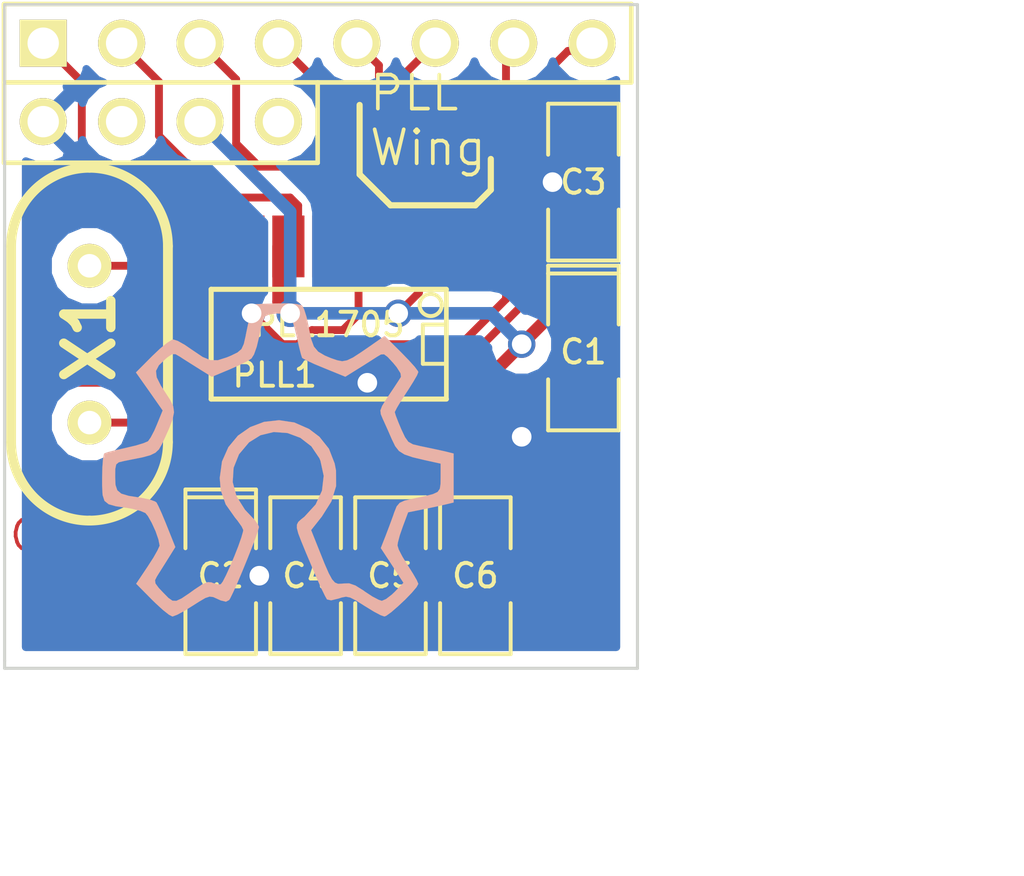
<source format=kicad_pcb>
(kicad_pcb (version 3) (host pcbnew "(2013-07-07 BZR 4022)-stable")

  (general
    (links 30)
    (no_connects 0)
    (area 79.921867 36.8899 132.785714 70.45)
    (thickness 1.6)
    (drawings 20)
    (tracks 106)
    (zones 0)
    (modules 10)
    (nets 13)
  )

  (page A3)
  (layers
    (15 F.Cu signal)
    (0 B.Cu signal)
    (16 B.Adhes user)
    (17 F.Adhes user)
    (18 B.Paste user)
    (19 F.Paste user)
    (20 B.SilkS user)
    (21 F.SilkS user)
    (22 B.Mask user)
    (23 F.Mask user)
    (24 Dwgs.User user)
    (25 Cmts.User user)
    (26 Eco1.User user)
    (27 Eco2.User user)
    (28 Edge.Cuts user)
  )

  (setup
    (last_trace_width 0.4064)
    (user_trace_width 0.3048)
    (user_trace_width 0.3556)
    (user_trace_width 0.4064)
    (user_trace_width 0.4572)
    (user_trace_width 0.508)
    (trace_clearance 0.2032)
    (zone_clearance 0.508)
    (zone_45_only no)
    (trace_min 0.254)
    (segment_width 0.2)
    (edge_width 0.1)
    (via_size 0.889)
    (via_drill 0.635)
    (via_min_size 0.889)
    (via_min_drill 0.508)
    (uvia_size 0.508)
    (uvia_drill 0.127)
    (uvias_allowed no)
    (uvia_min_size 0.508)
    (uvia_min_drill 0.127)
    (pcb_text_width 0.3)
    (pcb_text_size 1.5 1.5)
    (mod_edge_width 0.15)
    (mod_text_size 1 1)
    (mod_text_width 0.15)
    (pad_size 0.4064 2)
    (pad_drill 0)
    (pad_to_mask_clearance 0)
    (aux_axis_origin 0 0)
    (visible_elements FFFF7FBF)
    (pcbplotparams
      (layerselection 2097152)
      (usegerberextensions true)
      (excludeedgelayer true)
      (linewidth 0.150000)
      (plotframeref false)
      (viasonmask false)
      (mode 1)
      (useauxorigin false)
      (hpglpennumber 1)
      (hpglpenspeed 20)
      (hpglpendiameter 15)
      (hpglpenoverlay 2)
      (psnegative false)
      (psa4output false)
      (plotreference true)
      (plotvalue false)
      (plotothertext true)
      (plotinvisibletext false)
      (padsonsilk false)
      (subtractmaskfromsilk false)
      (outputformat 1)
      (mirror false)
      (drillshape 0)
      (scaleselection 1)
      (outputdirectory Gerbers/))
  )

  (net 0 "")
  (net 1 +3.3V)
  (net 2 /CS)
  (net 3 /FS1)
  (net 4 /FS2)
  (net 5 /MCKO1)
  (net 6 /MCKO2)
  (net 7 /SCKO2)
  (net 8 /SCKO3)
  (net 9 /SR)
  (net 10 GND)
  (net 11 N-0000011)
  (net 12 N-0000012)

  (net_class Default "This is the default net class."
    (clearance 0.2032)
    (trace_width 0.254)
    (via_dia 0.889)
    (via_drill 0.635)
    (uvia_dia 0.508)
    (uvia_drill 0.127)
    (add_net "")
    (add_net +3.3V)
    (add_net /CS)
    (add_net /FS1)
    (add_net /FS2)
    (add_net /MCKO1)
    (add_net /MCKO2)
    (add_net /SCKO2)
    (add_net /SCKO3)
    (add_net /SR)
    (add_net GND)
    (add_net N-0000011)
    (add_net N-0000012)
  )

  (module SSOP20 (layer F.Cu) (tedit 542B2A87) (tstamp 542B21B8)
    (at 107.25 51.25 180)
    (descr "SSOP 20 pins")
    (tags "CMS SSOP SMD")
    (path /542B2044)
    (attr smd)
    (fp_text reference PLL1 (at 1.75 -1 180) (layer F.SilkS)
      (effects (font (size 0.762 0.762) (thickness 0.127)))
    )
    (fp_text value PLL1705 (at 0 0.635 180) (layer F.SilkS)
      (effects (font (size 0.762 0.762) (thickness 0.127)))
    )
    (fp_line (start 3.81 -1.778) (end -3.81 -1.778) (layer F.SilkS) (width 0.1651))
    (fp_line (start -3.81 1.778) (end 3.81 1.778) (layer F.SilkS) (width 0.1651))
    (fp_line (start 3.81 -1.778) (end 3.81 1.778) (layer F.SilkS) (width 0.1651))
    (fp_line (start -3.81 1.778) (end -3.81 -1.778) (layer F.SilkS) (width 0.1524))
    (fp_circle (center -3.302 1.27) (end -3.556 1.016) (layer F.SilkS) (width 0.127))
    (fp_line (start -3.81 -0.635) (end -3.048 -0.635) (layer F.SilkS) (width 0.127))
    (fp_line (start -3.048 -0.635) (end -3.048 0.635) (layer F.SilkS) (width 0.127))
    (fp_line (start -3.048 0.635) (end -3.81 0.635) (layer F.SilkS) (width 0.127))
    (pad 1 smd rect (at -2.921 3.167 180) (size 0.4064 2)
      (layers F.Cu F.Paste F.Mask)
      (net 1 +3.3V)
    )
    (pad 2 smd rect (at -2.286 3.167 180) (size 0.4064 2)
      (layers F.Cu F.Paste F.Mask)
      (net 7 /SCKO2)
    )
    (pad 3 smd rect (at -1.6256 3.167 180) (size 0.4064 2)
      (layers F.Cu F.Paste F.Mask)
      (net 8 /SCKO3)
    )
    (pad 4 smd rect (at -0.9652 3.167 180) (size 0.4064 2)
      (layers F.Cu F.Paste F.Mask)
      (net 10 GND)
    )
    (pad 5 smd rect (at -0.3302 3.167 180) (size 0.4064 2)
      (layers F.Cu F.Paste F.Mask)
      (net 3 /FS1)
    )
    (pad 6 smd rect (at 0.3302 3.167 180) (size 0.4064 2)
      (layers F.Cu F.Paste F.Mask)
      (net 4 /FS2)
    )
    (pad 7 smd rect (at 0.9906 3.167 180) (size 0.4064 2)
      (layers F.Cu F.Paste F.Mask)
      (net 9 /SR)
    )
    (pad 8 smd rect (at 1.6256 3.167 180) (size 0.4064 2)
      (layers F.Cu F.Paste F.Mask)
      (net 1 +3.3V)
    )
    (pad 9 smd rect (at 2.286 3.167 180) (size 0.4064 2)
      (layers F.Cu F.Paste F.Mask)
      (net 10 GND)
    )
    (pad 10 smd rect (at 2.921 3.167 180) (size 0.4064 2)
      (layers F.Cu F.Paste F.Mask)
      (net 11 N-0000011)
    )
    (pad 11 smd rect (at 2.921 -3.167 180) (size 0.4064 2)
      (layers F.Cu F.Paste F.Mask)
      (net 12 N-0000012)
    )
    (pad 12 smd rect (at 2.286 -3.167 180) (size 0.4064 2)
      (layers F.Cu F.Paste F.Mask)
      (net 2 /CS)
    )
    (pad 13 smd rect (at 1.6256 -3.167 180) (size 0.4064 2)
      (layers F.Cu F.Paste F.Mask)
      (net 1 +3.3V)
    )
    (pad 14 smd rect (at 0.9906 -3.167 180) (size 0.4064 2)
      (layers F.Cu F.Paste F.Mask)
      (net 5 /MCKO1)
    )
    (pad 15 smd rect (at 0.3302 -3.167 180) (size 0.4064 2)
      (layers F.Cu F.Paste F.Mask)
      (net 6 /MCKO2)
    )
    (pad 16 smd rect (at -0.3302 -3.167 180) (size 0.4064 2)
      (layers F.Cu F.Paste F.Mask)
      (net 10 GND)
    )
    (pad 17 smd rect (at -0.9652 -3.167 180) (size 0.4064 2)
      (layers F.Cu F.Paste F.Mask)
      (net 10 GND)
    )
    (pad 18 smd rect (at -1.6256 -3.167 180) (size 0.4064 2)
      (layers F.Cu F.Paste F.Mask)
    )
    (pad 19 smd rect (at -2.286 -3.167 180) (size 0.4064 2)
      (layers F.Cu F.Paste F.Mask)
    )
    (pad 20 smd rect (at -2.921 -3.167 180) (size 0.4064 2)
      (layers F.Cu F.Paste F.Mask)
      (net 1 +3.3V)
    )
    (model smd/cms_so20.wrl
      (at (xyz 0 0 0))
      (scale (xyz 0.255 0.33 0.3))
      (rotate (xyz 0 0 0))
    )
  )

  (module SM1206POL (layer F.Cu) (tedit 542B2A79) (tstamp 542B21C7)
    (at 115.5 51.5 270)
    (path /542B204A)
    (attr smd)
    (fp_text reference C1 (at 0 0 360) (layer F.SilkS)
      (effects (font (size 0.762 0.762) (thickness 0.127)))
    )
    (fp_text value 10uF (at 0 0 270) (layer F.SilkS) hide
      (effects (font (size 0.762 0.762) (thickness 0.127)))
    )
    (fp_line (start -2.54 -1.143) (end -2.794 -1.143) (layer F.SilkS) (width 0.127))
    (fp_line (start -2.794 -1.143) (end -2.794 1.143) (layer F.SilkS) (width 0.127))
    (fp_line (start -2.794 1.143) (end -2.54 1.143) (layer F.SilkS) (width 0.127))
    (fp_line (start -2.54 -1.143) (end -2.54 1.143) (layer F.SilkS) (width 0.127))
    (fp_line (start -2.54 1.143) (end -0.889 1.143) (layer F.SilkS) (width 0.127))
    (fp_line (start 0.889 -1.143) (end 2.54 -1.143) (layer F.SilkS) (width 0.127))
    (fp_line (start 2.54 -1.143) (end 2.54 1.143) (layer F.SilkS) (width 0.127))
    (fp_line (start 2.54 1.143) (end 0.889 1.143) (layer F.SilkS) (width 0.127))
    (fp_line (start -0.889 -1.143) (end -2.54 -1.143) (layer F.SilkS) (width 0.127))
    (pad 1 smd rect (at -1.651 0 270) (size 1.524 2.032)
      (layers F.Cu F.Paste F.Mask)
      (net 1 +3.3V)
    )
    (pad 2 smd rect (at 1.651 0 270) (size 1.524 2.032)
      (layers F.Cu F.Paste F.Mask)
      (net 10 GND)
    )
    (model smd/chip_cms_pol.wrl
      (at (xyz 0 0 0))
      (scale (xyz 0.17 0.16 0.16))
      (rotate (xyz 0 0 0))
    )
  )

  (module SM1206POL (layer F.Cu) (tedit 542B2A74) (tstamp 542B21D6)
    (at 103.75 58.75 270)
    (path /542B2050)
    (attr smd)
    (fp_text reference C2 (at 0 0 360) (layer F.SilkS)
      (effects (font (size 0.762 0.762) (thickness 0.127)))
    )
    (fp_text value 10uF (at 0 0 270) (layer F.SilkS) hide
      (effects (font (size 0.762 0.762) (thickness 0.127)))
    )
    (fp_line (start -2.54 -1.143) (end -2.794 -1.143) (layer F.SilkS) (width 0.127))
    (fp_line (start -2.794 -1.143) (end -2.794 1.143) (layer F.SilkS) (width 0.127))
    (fp_line (start -2.794 1.143) (end -2.54 1.143) (layer F.SilkS) (width 0.127))
    (fp_line (start -2.54 -1.143) (end -2.54 1.143) (layer F.SilkS) (width 0.127))
    (fp_line (start -2.54 1.143) (end -0.889 1.143) (layer F.SilkS) (width 0.127))
    (fp_line (start 0.889 -1.143) (end 2.54 -1.143) (layer F.SilkS) (width 0.127))
    (fp_line (start 2.54 -1.143) (end 2.54 1.143) (layer F.SilkS) (width 0.127))
    (fp_line (start 2.54 1.143) (end 0.889 1.143) (layer F.SilkS) (width 0.127))
    (fp_line (start -0.889 -1.143) (end -2.54 -1.143) (layer F.SilkS) (width 0.127))
    (pad 1 smd rect (at -1.651 0 270) (size 1.524 2.032)
      (layers F.Cu F.Paste F.Mask)
      (net 1 +3.3V)
    )
    (pad 2 smd rect (at 1.651 0 270) (size 1.524 2.032)
      (layers F.Cu F.Paste F.Mask)
      (net 10 GND)
    )
    (model smd/chip_cms_pol.wrl
      (at (xyz 0 0 0))
      (scale (xyz 0.17 0.16 0.16))
      (rotate (xyz 0 0 0))
    )
  )

  (module SM1206 (layer F.Cu) (tedit 542B2A7D) (tstamp 542B21E2)
    (at 115.5 46 90)
    (path /542B2056)
    (attr smd)
    (fp_text reference C3 (at 0 0 180) (layer F.SilkS)
      (effects (font (size 0.762 0.762) (thickness 0.127)))
    )
    (fp_text value 0.1uF (at 0 0 90) (layer F.SilkS) hide
      (effects (font (size 0.762 0.762) (thickness 0.127)))
    )
    (fp_line (start -2.54 -1.143) (end -2.54 1.143) (layer F.SilkS) (width 0.127))
    (fp_line (start -2.54 1.143) (end -0.889 1.143) (layer F.SilkS) (width 0.127))
    (fp_line (start 0.889 -1.143) (end 2.54 -1.143) (layer F.SilkS) (width 0.127))
    (fp_line (start 2.54 -1.143) (end 2.54 1.143) (layer F.SilkS) (width 0.127))
    (fp_line (start 2.54 1.143) (end 0.889 1.143) (layer F.SilkS) (width 0.127))
    (fp_line (start -0.889 -1.143) (end -2.54 -1.143) (layer F.SilkS) (width 0.127))
    (pad 1 smd rect (at -1.651 0 90) (size 1.524 2.032)
      (layers F.Cu F.Paste F.Mask)
      (net 1 +3.3V)
    )
    (pad 2 smd rect (at 1.651 0 90) (size 1.524 2.032)
      (layers F.Cu F.Paste F.Mask)
      (net 10 GND)
    )
    (model smd/chip_cms.wrl
      (at (xyz 0 0 0))
      (scale (xyz 0.17 0.16 0.16))
      (rotate (xyz 0 0 0))
    )
  )

  (module SM1206 (layer F.Cu) (tedit 542B2A71) (tstamp 542B21EE)
    (at 106.5 58.75 270)
    (path /542B205C)
    (attr smd)
    (fp_text reference C4 (at 0 0 360) (layer F.SilkS)
      (effects (font (size 0.762 0.762) (thickness 0.127)))
    )
    (fp_text value 0.1uF (at 0 0 270) (layer F.SilkS) hide
      (effects (font (size 0.762 0.762) (thickness 0.127)))
    )
    (fp_line (start -2.54 -1.143) (end -2.54 1.143) (layer F.SilkS) (width 0.127))
    (fp_line (start -2.54 1.143) (end -0.889 1.143) (layer F.SilkS) (width 0.127))
    (fp_line (start 0.889 -1.143) (end 2.54 -1.143) (layer F.SilkS) (width 0.127))
    (fp_line (start 2.54 -1.143) (end 2.54 1.143) (layer F.SilkS) (width 0.127))
    (fp_line (start 2.54 1.143) (end 0.889 1.143) (layer F.SilkS) (width 0.127))
    (fp_line (start -0.889 -1.143) (end -2.54 -1.143) (layer F.SilkS) (width 0.127))
    (pad 1 smd rect (at -1.651 0 270) (size 1.524 2.032)
      (layers F.Cu F.Paste F.Mask)
      (net 1 +3.3V)
    )
    (pad 2 smd rect (at 1.651 0 270) (size 1.524 2.032)
      (layers F.Cu F.Paste F.Mask)
      (net 10 GND)
    )
    (model smd/chip_cms.wrl
      (at (xyz 0 0 0))
      (scale (xyz 0.17 0.16 0.16))
      (rotate (xyz 0 0 0))
    )
  )

  (module SM1206 (layer F.Cu) (tedit 542B2A62) (tstamp 542B21FA)
    (at 109.25 58.75 270)
    (path /542B2062)
    (attr smd)
    (fp_text reference C5 (at 0 0 360) (layer F.SilkS)
      (effects (font (size 0.762 0.762) (thickness 0.127)))
    )
    (fp_text value 0.1uF (at 0 0 270) (layer F.SilkS) hide
      (effects (font (size 0.762 0.762) (thickness 0.127)))
    )
    (fp_line (start -2.54 -1.143) (end -2.54 1.143) (layer F.SilkS) (width 0.127))
    (fp_line (start -2.54 1.143) (end -0.889 1.143) (layer F.SilkS) (width 0.127))
    (fp_line (start 0.889 -1.143) (end 2.54 -1.143) (layer F.SilkS) (width 0.127))
    (fp_line (start 2.54 -1.143) (end 2.54 1.143) (layer F.SilkS) (width 0.127))
    (fp_line (start 2.54 1.143) (end 0.889 1.143) (layer F.SilkS) (width 0.127))
    (fp_line (start -0.889 -1.143) (end -2.54 -1.143) (layer F.SilkS) (width 0.127))
    (pad 1 smd rect (at -1.651 0 270) (size 1.524 2.032)
      (layers F.Cu F.Paste F.Mask)
      (net 1 +3.3V)
    )
    (pad 2 smd rect (at 1.651 0 270) (size 1.524 2.032)
      (layers F.Cu F.Paste F.Mask)
      (net 10 GND)
    )
    (model smd/chip_cms.wrl
      (at (xyz 0 0 0))
      (scale (xyz 0.17 0.16 0.16))
      (rotate (xyz 0 0 0))
    )
  )

  (module SM1206 (layer F.Cu) (tedit 542B2A5F) (tstamp 542B2206)
    (at 112 58.75 270)
    (path /542B2068)
    (attr smd)
    (fp_text reference C6 (at 0 0 360) (layer F.SilkS)
      (effects (font (size 0.762 0.762) (thickness 0.127)))
    )
    (fp_text value 0.1uF (at 0 0 270) (layer F.SilkS) hide
      (effects (font (size 0.762 0.762) (thickness 0.127)))
    )
    (fp_line (start -2.54 -1.143) (end -2.54 1.143) (layer F.SilkS) (width 0.127))
    (fp_line (start -2.54 1.143) (end -0.889 1.143) (layer F.SilkS) (width 0.127))
    (fp_line (start 0.889 -1.143) (end 2.54 -1.143) (layer F.SilkS) (width 0.127))
    (fp_line (start 2.54 -1.143) (end 2.54 1.143) (layer F.SilkS) (width 0.127))
    (fp_line (start 2.54 1.143) (end 0.889 1.143) (layer F.SilkS) (width 0.127))
    (fp_line (start -0.889 -1.143) (end -2.54 -1.143) (layer F.SilkS) (width 0.127))
    (pad 1 smd rect (at -1.651 0 270) (size 1.524 2.032)
      (layers F.Cu F.Paste F.Mask)
      (net 1 +3.3V)
    )
    (pad 2 smd rect (at 1.651 0 270) (size 1.524 2.032)
      (layers F.Cu F.Paste F.Mask)
      (net 10 GND)
    )
    (model smd/chip_cms.wrl
      (at (xyz 0 0 0))
      (scale (xyz 0.17 0.16 0.16))
      (rotate (xyz 0 0 0))
    )
  )

  (module Papilio_Wing (layer F.Cu) (tedit 542B21D2) (tstamp 542B221F)
    (at 98 41.5)
    (descr "Double rangee de contacts 2 x 6 pins")
    (tags CONN)
    (path /542B20E0)
    (fp_text reference PAP1 (at 0 -3.81) (layer F.SilkS) hide
      (effects (font (size 1.016 1.016) (thickness 0.1778)))
    )
    (fp_text value PAPILIO_WING (at -11 2.25) (layer F.SilkS) hide
      (effects (font (size 1.016 1.016) (thickness 0.2032)))
    )
    (fp_line (start 19.05 0) (end 19.05 1.27) (layer F.SilkS) (width 0.15))
    (fp_line (start 8.89 1.27) (end 19.05 1.27) (layer F.SilkS) (width 0.15))
    (fp_line (start 19.05 0) (end 19.05 -1.27) (layer F.SilkS) (width 0.15))
    (fp_line (start 19.05 -1.27) (end -1.27 -1.27) (layer F.SilkS) (width 0.15))
    (fp_line (start -1.27 -1.27) (end -1.27 -1.143) (layer F.SilkS) (width 0.15))
    (fp_line (start 8.89 1.27) (end -1.27 1.27) (layer F.SilkS) (width 0.15))
    (fp_line (start -1.27 -1.2065) (end -1.27 3.8735) (layer F.SilkS) (width 0.15))
    (fp_line (start -1.27 3.8735) (end 8.89 3.8735) (layer F.SilkS) (width 0.15))
    (fp_line (start 8.89 3.8735) (end 8.89 1.3335) (layer F.SilkS) (width 0.15))
    (pad 1 thru_hole rect (at 0 0) (size 1.524 1.524) (drill 1.016)
      (layers *.Cu *.Mask F.SilkS)
      (net 2 /CS)
    )
    (pad 7 thru_hole circle (at 15.24 0) (size 1.524 1.524) (drill 1.016)
      (layers *.Cu *.Mask F.SilkS)
      (net 5 /MCKO1)
    )
    (pad 2 thru_hole circle (at 2.54 0) (size 1.524 1.524) (drill 1.016)
      (layers *.Cu *.Mask F.SilkS)
      (net 9 /SR)
    )
    (pad 8 thru_hole circle (at 17.78 0) (size 1.524 1.524) (drill 1.016)
      (layers *.Cu *.Mask F.SilkS)
      (net 6 /MCKO2)
    )
    (pad 3 thru_hole circle (at 5.08 0) (size 1.524 1.524) (drill 1.016)
      (layers *.Cu *.Mask F.SilkS)
      (net 4 /FS2)
    )
    (pad 4 thru_hole circle (at 7.62 0) (size 1.524 1.524) (drill 1.016)
      (layers *.Cu *.Mask F.SilkS)
      (net 3 /FS1)
    )
    (pad 5 thru_hole circle (at 10.16 0) (size 1.524 1.524) (drill 1.016)
      (layers *.Cu *.Mask F.SilkS)
      (net 8 /SCKO3)
    )
    (pad 6 thru_hole circle (at 12.7 0) (size 1.524 1.524) (drill 1.016)
      (layers *.Cu *.Mask F.SilkS)
      (net 7 /SCKO2)
    )
    (pad 9 thru_hole circle (at 7.62 2.54) (size 1.524 1.524) (drill 1.016)
      (layers *.Cu *.Mask F.SilkS)
    )
    (pad 10 thru_hole circle (at 5.08 2.54) (size 1.524 1.524) (drill 1.016)
      (layers *.Cu *.Mask F.SilkS)
      (net 1 +3.3V)
    )
    (pad 11 thru_hole circle (at 2.54 2.54) (size 1.524 1.524) (drill 1.016)
      (layers *.Cu *.Mask F.SilkS)
    )
    (pad 12 thru_hole circle (at 0 2.54) (size 1.524 1.524) (drill 1.016)
      (layers *.Cu *.Mask F.SilkS)
      (net 10 GND)
    )
    (model pin_array/pins_array_6x2.wrl
      (at (xyz 0 0 0))
      (scale (xyz 1 1 1))
      (rotate (xyz 0 0 0))
    )
  )

  (module HC-49V (layer F.Cu) (tedit 542B22CB) (tstamp 542B222B)
    (at 99.5 51.25 90)
    (descr "Quartz boitier HC-49 Vertical")
    (tags "QUARTZ DEV")
    (path /542B20A2)
    (autoplace_cost180 10)
    (fp_text reference X1 (at 0.25 0 90) (layer F.SilkS)
      (effects (font (size 1.524 1.524) (thickness 0.3048)))
    )
    (fp_text value CRYSTAL (at 0 3.81 90) (layer F.SilkS) hide
      (effects (font (size 1.524 1.524) (thickness 0.3048)))
    )
    (fp_line (start -3.175 2.54) (end 3.175 2.54) (layer F.SilkS) (width 0.3175))
    (fp_line (start -3.175 -2.54) (end 3.175 -2.54) (layer F.SilkS) (width 0.3175))
    (fp_arc (start 3.175 0) (end 3.175 -2.54) (angle 90) (layer F.SilkS) (width 0.3175))
    (fp_arc (start 3.175 0) (end 5.715 0) (angle 90) (layer F.SilkS) (width 0.3175))
    (fp_arc (start -3.175 0) (end -5.715 0) (angle 90) (layer F.SilkS) (width 0.3175))
    (fp_arc (start -3.175 0) (end -3.175 2.54) (angle 90) (layer F.SilkS) (width 0.3175))
    (pad 1 thru_hole circle (at -2.54 0 90) (size 1.4224 1.4224) (drill 0.762)
      (layers *.Cu *.Mask F.SilkS)
      (net 12 N-0000012)
    )
    (pad 2 thru_hole circle (at 2.54 0 90) (size 1.4224 1.4224) (drill 0.762)
      (layers *.Cu *.Mask F.SilkS)
      (net 11 N-0000011)
    )
    (model discret/xtal/crystal_hc18u_vertical.wrl
      (at (xyz 0 0 0))
      (scale (xyz 1 1 0.2))
      (rotate (xyz 0 0 0))
    )
  )

  (module OSHW_SK_B_1 (layer F.Cu) (tedit 0) (tstamp 542B3148)
    (at 105.75 55.5)
    (fp_text reference G*** (at 0 7.95782) (layer F.SilkS) hide
      (effects (font (size 1.524 1.524) (thickness 0.3048)))
    )
    (fp_text value OSHW_SK_B_1 (at 0 -7.95782) (layer F.SilkS) hide
      (effects (font (size 1.524 1.524) (thickness 0.3048)))
    )
    (fp_poly (pts (xy 5.54482 0.87884) (xy 5.29082 0.9398) (xy 5.12318 0.9779) (xy 5.12318 0.0762)
      (xy 5.12318 -0.381) (xy 4.61518 -0.49276) (xy 4.21894 -0.58674) (xy 3.95224 -0.67818)
      (xy 3.77444 -0.78994) (xy 3.65252 -0.94488) (xy 3.54584 -1.16332) (xy 3.4163 -1.4605)
      (xy 3.2893 -1.74244) (xy 3.24612 -1.83642) (xy 3.18516 -1.98374) (xy 3.17246 -2.10566)
      (xy 3.22834 -2.25044) (xy 3.36042 -2.4638) (xy 3.44932 -2.59842) (xy 3.62458 -2.86004)
      (xy 3.76428 -3.0734) (xy 3.84048 -3.19278) (xy 3.8227 -3.31216) (xy 3.69824 -3.50774)
      (xy 3.58902 -3.63982) (xy 3.40868 -3.8354) (xy 3.29184 -3.92176) (xy 3.19024 -3.91668)
      (xy 3.0607 -3.84048) (xy 3.05816 -3.83794) (xy 2.85496 -3.7084) (xy 2.58826 -3.53822)
      (xy 2.43586 -3.44424) (xy 2.03708 -3.19532) (xy 1.35636 -3.47218) (xy 1.04394 -3.60172)
      (xy 0.79756 -3.71602) (xy 0.65278 -3.79476) (xy 0.635 -3.81) (xy 0.59944 -3.92176)
      (xy 0.54102 -4.15036) (xy 0.47244 -4.45262) (xy 0.46228 -4.4958) (xy 0.38608 -4.80568)
      (xy 0.30734 -5.04698) (xy 0.23622 -5.17652) (xy 0.2286 -5.1816) (xy 0.0508 -5.23494)
      (xy -0.19304 -5.2451) (xy -0.42418 -5.21462) (xy -0.56896 -5.14858) (xy -0.5715 -5.1435)
      (xy -0.62992 -5.01142) (xy -0.6985 -4.76504) (xy -0.75946 -4.47294) (xy -0.83312 -4.1656)
      (xy -0.92202 -3.91668) (xy -1.0033 -3.78714) (xy -1.15062 -3.6957) (xy -1.39954 -3.57124)
      (xy -1.7018 -3.43662) (xy -1.7145 -3.43154) (xy -2.286 -3.19278) (xy -2.68732 -3.4417)
      (xy -2.96164 -3.61442) (xy -3.21056 -3.7719) (xy -3.3147 -3.84048) (xy -3.46456 -3.92684)
      (xy -3.57632 -3.92684) (xy -3.72364 -3.82778) (xy -3.79476 -3.76682) (xy -4.00304 -3.56616)
      (xy -4.09702 -3.38328) (xy -4.07416 -3.17754) (xy -3.93954 -2.9083) (xy -3.80746 -2.7051)
      (xy -3.63728 -2.44348) (xy -3.53822 -2.23774) (xy -3.51282 -2.0447) (xy -3.55854 -1.8161)
      (xy -3.67538 -1.51384) (xy -3.80492 -1.22682) (xy -3.90906 -1.0033) (xy -4.0005 -0.84328)
      (xy -4.1148 -0.73406) (xy -4.28244 -0.65278) (xy -4.5339 -0.5842) (xy -4.90474 -0.51054)
      (xy -5.1435 -0.46228) (xy -5.30098 -0.42418) (xy -5.3848 -0.3556) (xy -5.41528 -0.20828)
      (xy -5.41782 0.0508) (xy -5.40766 0.30988) (xy -5.34924 0.4826) (xy -5.2197 0.59182)
      (xy -4.98094 0.66294) (xy -4.60756 0.72136) (xy -4.57708 0.72644) (xy -4.318 0.77724)
      (xy -4.13004 0.84328) (xy -4.07924 0.87884) (xy -4.01828 0.99568) (xy -3.9116 1.22936)
      (xy -3.7846 1.53416) (xy -3.73888 1.64846) (xy -3.46964 2.32156) (xy -3.7084 2.7051)
      (xy -3.87096 2.96418) (xy -4.01574 3.19278) (xy -4.06908 3.27914) (xy -4.1275 3.39598)
      (xy -4.11226 3.50266) (xy -4.00812 3.6449) (xy -3.85826 3.80238) (xy -3.69316 3.97002)
      (xy -3.56362 4.05892) (xy -3.43662 4.064) (xy -3.26644 3.98526) (xy -3.01752 3.81762)
      (xy -2.8448 3.69316) (xy -2.5908 3.52552) (xy -2.42062 3.45694) (xy -2.29362 3.4671)
      (xy -2.26568 3.48234) (xy -2.08788 3.53568) (xy -1.99898 3.52806) (xy -1.93294 3.43916)
      (xy -1.82626 3.23088) (xy -1.69672 2.9464) (xy -1.55956 2.62128) (xy -1.43256 2.2987)
      (xy -1.3335 2.01676) (xy -1.27762 1.82118) (xy -1.27 1.76784) (xy -1.32334 1.65354)
      (xy -1.45542 1.46812) (xy -1.53416 1.3716) (xy -1.83896 0.9398) (xy -1.99898 0.4826)
      (xy -2.032 0.08382) (xy -1.95834 -0.45212) (xy -1.7526 -0.9144) (xy -1.44272 -1.28778)
      (xy -1.04648 -1.56464) (xy -0.59436 -1.73482) (xy -0.10922 -1.78816) (xy 0.38354 -1.7145)
      (xy 0.8636 -1.50368) (xy 1.19888 -1.24968) (xy 1.50622 -0.8636) (xy 1.69164 -0.38608)
      (xy 1.73482 -0.16256) (xy 1.73736 0.35052) (xy 1.58496 0.84582) (xy 1.27254 1.34112)
      (xy 1.26746 1.3462) (xy 0.92964 1.77292) (xy 1.18872 2.42062) (xy 1.36652 2.86512)
      (xy 1.50114 3.17246) (xy 1.60782 3.36804) (xy 1.7018 3.47218) (xy 1.80086 3.51282)
      (xy 1.92278 3.50774) (xy 1.9685 3.50266) (xy 2.16408 3.49758) (xy 2.3622 3.56616)
      (xy 2.62382 3.72872) (xy 2.667 3.76174) (xy 2.91084 3.92176) (xy 3.11912 4.03098)
      (xy 3.22072 4.064) (xy 3.35534 4.00558) (xy 3.5433 3.8608) (xy 3.63728 3.7719)
      (xy 3.91922 3.4798) (xy 3.55346 2.91592) (xy 3.18516 2.35458) (xy 3.3401 1.96088)
      (xy 3.46456 1.63322) (xy 3.58648 1.30048) (xy 3.61696 1.20904) (xy 3.69824 1.00584)
      (xy 3.7973 0.889) (xy 3.95986 0.81534) (xy 4.22148 0.75692) (xy 4.61518 0.6731)
      (xy 4.87426 0.60706) (xy 5.02666 0.53594) (xy 5.09778 0.43434) (xy 5.12064 0.28448)
      (xy 5.12318 0.0762) (xy 5.12318 0.9779) (xy 5.06222 0.99314) (xy 4.75234 1.05918)
      (xy 4.55422 1.09982) (xy 4.07162 1.19634) (xy 3.8989 1.65862) (xy 3.80238 1.93802)
      (xy 3.74142 2.16662) (xy 3.72618 2.26822) (xy 3.76936 2.40792) (xy 3.88874 2.63652)
      (xy 4.05384 2.90576) (xy 4.064 2.921) (xy 4.2291 3.18262) (xy 4.35102 3.39344)
      (xy 4.40182 3.51282) (xy 4.40182 3.51536) (xy 4.3434 3.62204) (xy 4.191 3.80238)
      (xy 3.98018 4.02082) (xy 3.7465 4.23926) (xy 3.5306 4.42722) (xy 3.3655 4.5466)
      (xy 3.30454 4.572) (xy 3.18008 4.52882) (xy 2.9591 4.41198) (xy 2.68986 4.24688)
      (xy 2.65684 4.22656) (xy 2.37998 4.0513) (xy 2.19456 3.95732) (xy 2.0574 3.92938)
      (xy 1.91516 3.95732) (xy 1.82372 3.9878) (xy 1.57734 4.04876) (xy 1.44272 4.01828)
      (xy 1.38176 3.9116) (xy 1.27 3.683) (xy 1.12776 3.3655) (xy 0.97282 3.00482)
      (xy 0.762 2.50698) (xy 0.61214 2.14122) (xy 0.51308 1.88468) (xy 0.46736 1.70942)
      (xy 0.4699 1.59258) (xy 0.51308 1.50622) (xy 0.59944 1.42748) (xy 0.71882 1.3335)
      (xy 0.71882 1.33096) (xy 1.07442 0.94234) (xy 1.28016 0.4953) (xy 1.33604 0.0127)
      (xy 1.22936 -0.47498) (xy 1.1938 -0.5588) (xy 0.93472 -0.94234) (xy 0.57912 -1.21666)
      (xy 0.16256 -1.3716) (xy -0.2794 -1.40462) (xy -0.7112 -1.30048) (xy -1.08204 -1.06934)
      (xy -1.40716 -0.68326) (xy -1.58242 -0.24384) (xy -1.61036 0.21844) (xy -1.4859 0.68072)
      (xy -1.21412 1.11252) (xy -1.06934 1.26492) (xy -0.89154 1.45542) (xy -0.77978 1.61798)
      (xy -0.762 1.67386) (xy -0.79502 1.80086) (xy -0.87884 2.0447) (xy -1.0033 2.37236)
      (xy -1.15316 2.74828) (xy -1.31064 3.13182) (xy -1.46304 3.48996) (xy -1.59512 3.7846)
      (xy -1.69164 3.98272) (xy -1.7272 4.0386) (xy -1.83134 4.09194) (xy -1.99898 4.0513)
      (xy -2.0955 4.00812) (xy -2.24028 3.94208) (xy -2.35966 3.92684) (xy -2.49936 3.97256)
      (xy -2.70256 4.09194) (xy -2.90576 4.22148) (xy -3.18008 4.39166) (xy -3.41122 4.51612)
      (xy -3.55346 4.56946) (xy -3.56362 4.572) (xy -3.67792 4.51358) (xy -3.87096 4.36118)
      (xy -4.10972 4.14274) (xy -4.21386 4.04114) (xy -4.73964 3.51028) (xy -4.36118 2.94386)
      (xy -4.18084 2.66446) (xy -4.04876 2.43078) (xy -3.98272 2.286) (xy -3.98018 2.26822)
      (xy -4.01828 2.07518) (xy -4.10972 1.81102) (xy -4.23418 1.53924) (xy -4.35864 1.31826)
      (xy -4.43992 1.2192) (xy -4.60756 1.14808) (xy -4.86664 1.08204) (xy -5.02412 1.0541)
      (xy -5.39496 1.00076) (xy -5.63118 0.93472) (xy -5.7658 0.8255) (xy -5.82676 0.635)
      (xy -5.842 0.3302) (xy -5.842 0.09144) (xy -5.83438 -0.25146) (xy -5.81406 -0.52324)
      (xy -5.78358 -0.68834) (xy -5.76834 -0.71374) (xy -5.6515 -0.75438) (xy -5.41782 -0.8128)
      (xy -5.11556 -0.88138) (xy -5.07492 -0.89154) (xy -4.75996 -0.9652) (xy -4.50596 -1.0414)
      (xy -4.36118 -1.10236) (xy -4.35356 -1.10744) (xy -4.2672 -1.22936) (xy -4.15036 -1.45288)
      (xy -4.06654 -1.64846) (xy -3.88112 -2.10312) (xy -4.31292 -2.72034) (xy -4.74726 -3.33502)
      (xy -4.2164 -3.86842) (xy -3.9624 -4.10972) (xy -3.73634 -4.2926) (xy -3.57378 -4.3942)
      (xy -3.53314 -4.40182) (xy -3.3909 -4.3561) (xy -3.16484 -4.2291) (xy -2.9083 -4.05384)
      (xy -2.58826 -3.83794) (xy -2.3368 -3.7338) (xy -2.09296 -3.73126) (xy -1.8034 -3.8227)
      (xy -1.67386 -3.87604) (xy -1.45542 -3.98272) (xy -1.32842 -4.09194) (xy -1.25222 -4.25704)
      (xy -1.18872 -4.5339) (xy -1.18872 -4.54406) (xy -1.12268 -4.86156) (xy -1.05918 -5.15366)
      (xy -1.0287 -5.29082) (xy -0.96774 -5.54482) (xy -0.22098 -5.57022) (xy 0.17526 -5.57276)
      (xy 0.4699 -5.5499) (xy 0.62992 -5.50672) (xy 0.635 -5.50164) (xy 0.70358 -5.37718)
      (xy 0.77978 -5.13588) (xy 0.84836 -4.826) (xy 0.8509 -4.8006) (xy 0.9271 -4.42468)
      (xy 1.01854 -4.17322) (xy 1.15824 -4.00812) (xy 1.37414 -3.88112) (xy 1.5748 -3.7973)
      (xy 1.77546 -3.72872) (xy 1.93548 -3.69824) (xy 2.09042 -3.72618) (xy 2.28346 -3.81762)
      (xy 2.54508 -3.9878) (xy 2.8194 -4.17576) (xy 3.30962 -4.51866) (xy 3.85572 -3.9751)
      (xy 4.09702 -3.72618) (xy 4.28498 -3.5179) (xy 4.38912 -3.3782) (xy 4.40182 -3.34518)
      (xy 4.35864 -3.2385) (xy 4.23926 -3.03276) (xy 4.07162 -2.76606) (xy 4.02082 -2.68986)
      (xy 3.84302 -2.41554) (xy 3.71094 -2.19456) (xy 3.64236 -2.05994) (xy 3.63982 -2.0447)
      (xy 3.67284 -1.93294) (xy 3.75666 -1.71704) (xy 3.8481 -1.4986) (xy 3.97002 -1.23952)
      (xy 4.0767 -1.08966) (xy 4.22656 -1.00584) (xy 4.47294 -0.94742) (xy 4.5466 -0.93218)
      (xy 4.8641 -0.86614) (xy 5.1562 -0.80264) (xy 5.29082 -0.77216) (xy 5.54482 -0.70866)
      (xy 5.54482 0.08382) (xy 5.54482 0.87884) (xy 5.54482 0.87884)) (layer B.SilkS) (width 0.00254))
  )

  (gr_text "Diego R" (at 115.25 57.75 90) (layer F.Mask)
    (effects (font (size 1 1) (thickness 0.12)))
  )
  (gr_text "Diego R" (at 115.25 57.75 90) (layer F.Cu)
    (effects (font (size 1 1) (thickness 0.12)))
  )
  (gr_line (start 112.5 46.25) (end 112.5 45.25) (angle 90) (layer F.SilkS) (width 0.2))
  (gr_line (start 112 46.75) (end 112.5 46.25) (angle 90) (layer F.SilkS) (width 0.2))
  (gr_line (start 109.25 46.75) (end 112 46.75) (angle 90) (layer F.SilkS) (width 0.2))
  (gr_line (start 109 46.5) (end 109.25 46.75) (angle 90) (layer F.SilkS) (width 0.2))
  (gr_line (start 108.25 45.75) (end 109 46.5) (angle 90) (layer F.SilkS) (width 0.2))
  (gr_line (start 108.25 43.5) (end 108.25 45.75) (angle 90) (layer F.SilkS) (width 0.2))
  (gr_text "PLL\nWing" (at 108.5 44) (layer F.SilkS)
    (effects (font (size 1.1 1.1) (thickness 0.12)) (justify left))
  )
  (gr_line (start 117.25 61.75) (end 117.25 61.5) (angle 90) (layer Edge.Cuts) (width 0.1))
  (gr_line (start 96.75 61.75) (end 117.25 61.75) (angle 90) (layer Edge.Cuts) (width 0.1))
  (gr_line (start 96.75 61.5) (end 96.75 61.75) (angle 90) (layer Edge.Cuts) (width 0.1))
  (gr_text "Cholula\nAudio" (at 99.75 58.25) (layer F.Mask)
    (effects (font (size 1 1) (thickness 0.12)))
  )
  (gr_text "Cholula\nAudio" (at 99.75 58.25) (layer F.Cu)
    (effects (font (size 1 1) (thickness 0.12)))
  )
  (dimension 20.5 (width 0.3) (layer Eco1.User)
    (gr_text "0.8071 in" (at 107 69.099999) (layer Eco1.User)
      (effects (font (size 1.5 1.5) (thickness 0.3)))
    )
    (feature1 (pts (xy 117.25 61.5) (xy 117.25 70.449999)))
    (feature2 (pts (xy 96.75 61.5) (xy 96.75 70.449999)))
    (crossbar (pts (xy 96.75 67.749999) (xy 117.25 67.749999)))
    (arrow1a (pts (xy 117.25 67.749999) (xy 116.123497 68.336419)))
    (arrow1b (pts (xy 117.25 67.749999) (xy 116.123497 67.163579)))
    (arrow2a (pts (xy 96.75 67.749999) (xy 97.876503 68.336419)))
    (arrow2b (pts (xy 96.75 67.749999) (xy 97.876503 67.163579)))
  )
  (dimension 21.25 (width 0.3) (layer Eco1.User)
    (gr_text "0.8366 in" (at 127.099999 50.875 270) (layer Eco1.User)
      (effects (font (size 1.5 1.5) (thickness 0.3)))
    )
    (feature1 (pts (xy 117.25 61.5) (xy 128.449999 61.5)))
    (feature2 (pts (xy 117.25 40.25) (xy 128.449999 40.25)))
    (crossbar (pts (xy 125.749999 40.25) (xy 125.749999 61.5)))
    (arrow1a (pts (xy 125.749999 61.5) (xy 125.163579 60.373497)))
    (arrow1b (pts (xy 125.749999 61.5) (xy 126.336419 60.373497)))
    (arrow2a (pts (xy 125.749999 40.25) (xy 125.163579 41.376503)))
    (arrow2b (pts (xy 125.749999 40.25) (xy 126.336419 41.376503)))
  )
  (gr_line (start 117.25 40.25) (end 117 40.25) (angle 90) (layer Edge.Cuts) (width 0.1))
  (gr_line (start 117.25 61.5) (end 117.25 40.25) (angle 90) (layer Edge.Cuts) (width 0.1))
  (gr_line (start 96.75 40.25) (end 96.75 61.5) (angle 90) (layer Edge.Cuts) (width 0.1))
  (gr_line (start 96.75 40.25) (end 117 40.25) (angle 90) (layer Edge.Cuts) (width 0.1))

  (segment (start 106 50.25) (end 109.5 50.25) (width 0.4064) (layer B.Cu) (net 1))
  (segment (start 112 57.099) (end 112 52.75) (width 0.4064) (layer F.Cu) (net 1))
  (segment (start 112 52.75) (end 113.5 51.25) (width 0.4064) (layer F.Cu) (net 1) (tstamp 542B28F3))
  (segment (start 109.25 57.099) (end 109.25 57) (width 0.4064) (layer F.Cu) (net 1))
  (segment (start 109.25 57) (end 110.171 56.079) (width 0.4064) (layer F.Cu) (net 1) (tstamp 542B28EF))
  (segment (start 110.171 56.079) (end 110.171 54.417) (width 0.4064) (layer F.Cu) (net 1) (tstamp 542B28F0))
  (segment (start 106.5 57.099) (end 106.5 57) (width 0.4064) (layer F.Cu) (net 1))
  (segment (start 106.5 57) (end 105.6244 56.1244) (width 0.4064) (layer F.Cu) (net 1) (tstamp 542B28EB))
  (segment (start 105.6244 56.1244) (end 105.6244 54.417) (width 0.4064) (layer F.Cu) (net 1) (tstamp 542B28EC))
  (segment (start 106.5 57.099) (end 103.75 57.099) (width 0.4064) (layer F.Cu) (net 1))
  (segment (start 109.25 57.099) (end 106.5 57.099) (width 0.4064) (layer F.Cu) (net 1))
  (segment (start 112 57.099) (end 109.25 57.099) (width 0.4064) (layer F.Cu) (net 1))
  (segment (start 106 50.25) (end 106 46.96) (width 0.4064) (layer B.Cu) (net 1))
  (segment (start 106 46.96) (end 103.08 44.04) (width 0.4064) (layer B.Cu) (net 1) (tstamp 542B28E1))
  (segment (start 106 50.25) (end 105.6244 49.8744) (width 0.4064) (layer F.Cu) (net 1))
  (segment (start 105.6244 49.8744) (end 105.6244 48.083) (width 0.4064) (layer F.Cu) (net 1) (tstamp 542B28DE))
  (segment (start 115.5 49.849) (end 114.901 49.849) (width 0.4064) (layer F.Cu) (net 1))
  (segment (start 114.901 49.849) (end 113.5 51.25) (width 0.4064) (layer F.Cu) (net 1) (tstamp 542B28D5))
  (via (at 109.5 50.25) (size 0.889) (layers F.Cu B.Cu) (net 1))
  (via (at 113.5 51.25) (size 0.889) (layers F.Cu B.Cu) (net 1))
  (segment (start 113.5 51.25) (end 112.5 50.25) (width 0.4064) (layer B.Cu) (net 1) (tstamp 542B28D7))
  (segment (start 112.5 50.25) (end 109.5 50.25) (width 0.4064) (layer B.Cu) (net 1) (tstamp 542B28D8))
  (segment (start 115.5 47.651) (end 115.5 49.849) (width 0.4064) (layer F.Cu) (net 1))
  (segment (start 110.171 49.579) (end 110.171 48.083) (width 0.254) (layer F.Cu) (net 1) (tstamp 542B2860))
  (segment (start 109.5 50.25) (end 110.171 49.579) (width 0.254) (layer F.Cu) (net 1) (tstamp 542B285F))
  (segment (start 105.6244 48.083) (end 105.6244 49.8744) (width 0.254) (layer F.Cu) (net 1))
  (via (at 106 50.25) (size 0.889) (layers F.Cu B.Cu) (net 1))
  (segment (start 106.5 57) (end 105.6244 56.1244) (width 0.254) (layer F.Cu) (net 1) (tstamp 542B2808))
  (segment (start 105.6244 56.1244) (end 105.6244 54.417) (width 0.254) (layer F.Cu) (net 1) (tstamp 542B2809))
  (segment (start 109.25 57) (end 110.171 56.079) (width 0.254) (layer F.Cu) (net 1) (tstamp 542B2803))
  (segment (start 110.171 56.079) (end 110.171 54.417) (width 0.254) (layer F.Cu) (net 1) (tstamp 542B2804))
  (segment (start 99.25 43.25) (end 99.25 42.75) (width 0.254) (layer F.Cu) (net 2))
  (segment (start 104.964 52.964) (end 104.5 52.5) (width 0.254) (layer F.Cu) (net 2) (tstamp 542B281D))
  (segment (start 104.5 52.5) (end 98.75 52.5) (width 0.254) (layer F.Cu) (net 2) (tstamp 542B281E))
  (segment (start 98.75 52.5) (end 97.75 51.5) (width 0.254) (layer F.Cu) (net 2) (tstamp 542B281F))
  (segment (start 97.75 51.5) (end 97.75 47.75) (width 0.254) (layer F.Cu) (net 2) (tstamp 542B2820))
  (segment (start 97.75 47.75) (end 99.25 46.25) (width 0.254) (layer F.Cu) (net 2) (tstamp 542B2821))
  (segment (start 99.25 46.25) (end 99.25 43.25) (width 0.254) (layer F.Cu) (net 2) (tstamp 542B2823))
  (segment (start 104.964 54.417) (end 104.964 52.964) (width 0.254) (layer F.Cu) (net 2))
  (segment (start 99.25 42.75) (end 98 41.5) (width 0.254) (layer F.Cu) (net 2) (tstamp 542B2829))
  (segment (start 107.5802 48.083) (end 107.5802 43.4602) (width 0.254) (layer F.Cu) (net 3))
  (segment (start 107.5802 43.4602) (end 105.62 41.5) (width 0.254) (layer F.Cu) (net 3) (tstamp 542B28BC))
  (segment (start 106.9198 48.083) (end 106.9198 46.6698) (width 0.254) (layer F.Cu) (net 4))
  (segment (start 104.25 42.67) (end 103.08 41.5) (width 0.254) (layer F.Cu) (net 4) (tstamp 542B28C5))
  (segment (start 104.25 44.75) (end 104.25 42.67) (width 0.254) (layer F.Cu) (net 4) (tstamp 542B28C4))
  (segment (start 105 45.5) (end 104.25 44.75) (width 0.254) (layer F.Cu) (net 4) (tstamp 542B28C3))
  (segment (start 105.75 45.5) (end 105 45.5) (width 0.254) (layer F.Cu) (net 4) (tstamp 542B28C1))
  (segment (start 106.9198 46.6698) (end 105.75 45.5) (width 0.254) (layer F.Cu) (net 4) (tstamp 542B28C0))
  (segment (start 106.2594 54.417) (end 106.2594 51.9906) (width 0.254) (layer F.Cu) (net 5))
  (segment (start 111.531576 51.25) (end 112.991998 49.789578) (width 0.254) (layer F.Cu) (net 5) (tstamp 542B28FB))
  (segment (start 107 51.25) (end 111.531576 51.25) (width 0.254) (layer F.Cu) (net 5) (tstamp 542B28FA))
  (segment (start 106.2594 51.9906) (end 107 51.25) (width 0.254) (layer F.Cu) (net 5) (tstamp 542B28F9))
  (segment (start 112.991998 47) (end 112.991998 41.748002) (width 0.254) (layer F.Cu) (net 5))
  (segment (start 112.991998 41.748002) (end 113.24 41.5) (width 0.254) (layer F.Cu) (net 5) (tstamp 542B28AD))
  (segment (start 112.991998 49.789578) (end 112.991998 47) (width 0.254) (layer F.Cu) (net 5) (tstamp 542B2899))
  (segment (start 106.9198 54.417) (end 106.9198 52.537402) (width 0.254) (layer F.Cu) (net 6))
  (segment (start 113.5 50) (end 113.5 47) (width 0.254) (layer F.Cu) (net 6) (tstamp 542B2884))
  (segment (start 111.75 51.75) (end 113.5 50) (width 0.254) (layer F.Cu) (net 6) (tstamp 542B2906))
  (segment (start 113.5 47) (end 113.5 43.25) (width 0.254) (layer F.Cu) (net 6))
  (segment (start 114.5 42.25) (end 115 41.75) (width 0.254) (layer F.Cu) (net 6) (tstamp 542B28B0))
  (segment (start 115 41.75) (end 115.53 41.75) (width 0.254) (layer F.Cu) (net 6) (tstamp 542B28B1))
  (segment (start 115.53 41.75) (end 115.78 41.5) (width 0.254) (layer F.Cu) (net 6) (tstamp 542B28B2))
  (segment (start 113.5 43.25) (end 114.5 42.25) (width 0.254) (layer F.Cu) (net 6))
  (segment (start 106.9198 52.537402) (end 107.75 51.707202) (width 0.254) (layer F.Cu) (net 6) (tstamp 542B2901))
  (segment (start 107.75 51.707202) (end 111.792798 51.707202) (width 0.254) (layer F.Cu) (net 6) (tstamp 542B2902))
  (segment (start 111.792798 51.707202) (end 111.75 51.75) (width 0.254) (layer F.Cu) (net 6) (tstamp 542B2903))
  (segment (start 109.536 48.083) (end 109.536 42.664) (width 0.254) (layer F.Cu) (net 7))
  (segment (start 109.536 42.664) (end 110.7 41.5) (width 0.254) (layer F.Cu) (net 7) (tstamp 542B28B5))
  (segment (start 108.8756 48.083) (end 108.8756 42.2156) (width 0.254) (layer F.Cu) (net 8))
  (segment (start 108.8756 42.2156) (end 108.16 41.5) (width 0.254) (layer F.Cu) (net 8) (tstamp 542B28B9))
  (segment (start 100.54 41.5) (end 100.54 41.54) (width 0.254) (layer F.Cu) (net 9))
  (segment (start 106.2594 46.7594) (end 106.2594 48.083) (width 0.254) (layer F.Cu) (net 9) (tstamp 542B2834))
  (segment (start 106 46.5) (end 106.2594 46.7594) (width 0.254) (layer F.Cu) (net 9) (tstamp 542B2833))
  (segment (start 103.75 46.5) (end 106 46.5) (width 0.254) (layer F.Cu) (net 9) (tstamp 542B2831))
  (segment (start 101.75 44.5) (end 103.75 46.5) (width 0.254) (layer F.Cu) (net 9) (tstamp 542B282F))
  (segment (start 101.75 42.75) (end 101.75 44.5) (width 0.254) (layer F.Cu) (net 9) (tstamp 542B282D))
  (segment (start 100.54 41.54) (end 101.75 42.75) (width 0.254) (layer F.Cu) (net 9) (tstamp 542B282C))
  (segment (start 103.75 60.401) (end 103.75 60) (width 0.4064) (layer F.Cu) (net 10))
  (via (at 105 58.75) (size 0.889) (layers F.Cu B.Cu) (net 10))
  (segment (start 103.75 60) (end 105 58.75) (width 0.4064) (layer F.Cu) (net 10) (tstamp 542B31ED))
  (segment (start 115.5 44.349) (end 115.5 45) (width 0.4064) (layer F.Cu) (net 10))
  (via (at 114.5 46) (size 0.889) (layers F.Cu B.Cu) (net 10))
  (segment (start 115.5 45) (end 114.5 46) (width 0.4064) (layer F.Cu) (net 10) (tstamp 542B2939))
  (segment (start 109.25 60.401) (end 112 60.401) (width 0.4064) (layer F.Cu) (net 10))
  (segment (start 106.5 60.401) (end 109.25 60.401) (width 0.4064) (layer F.Cu) (net 10))
  (segment (start 103.75 60.401) (end 106.5 60.401) (width 0.4064) (layer F.Cu) (net 10))
  (segment (start 108.2152 48.083) (end 108.2152 50.2848) (width 0.254) (layer F.Cu) (net 10))
  (segment (start 104.964 50.036) (end 104.75 50.25) (width 0.254) (layer F.Cu) (net 10) (tstamp 542B2837))
  (via (at 104.75 50.25) (size 0.889) (layers F.Cu B.Cu) (net 10))
  (segment (start 104.964 50.036) (end 104.964 48.083) (width 0.254) (layer F.Cu) (net 10))
  (segment (start 105.75 51.25) (end 104.75 50.25) (width 0.254) (layer F.Cu) (net 10) (tstamp 542B291B))
  (segment (start 106.25 51.25) (end 105.75 51.25) (width 0.254) (layer F.Cu) (net 10) (tstamp 542B291A))
  (segment (start 106.707202 50.792798) (end 106.25 51.25) (width 0.254) (layer F.Cu) (net 10) (tstamp 542B2919))
  (segment (start 107.707202 50.792798) (end 106.707202 50.792798) (width 0.254) (layer F.Cu) (net 10) (tstamp 542B2918))
  (segment (start 108.2152 50.2848) (end 107.707202 50.792798) (width 0.254) (layer F.Cu) (net 10) (tstamp 542B2917))
  (segment (start 108.2152 54.417) (end 108.2152 52.7848) (width 0.254) (layer F.Cu) (net 10))
  (via (at 108.5 52.5) (size 0.889) (layers F.Cu B.Cu) (net 10))
  (segment (start 108.2152 52.7848) (end 108.5 52.5) (width 0.254) (layer F.Cu) (net 10) (tstamp 542B290D))
  (segment (start 115.5 53.151) (end 114.599 53.151) (width 0.254) (layer F.Cu) (net 10))
  (via (at 113.5 54.25) (size 0.889) (layers F.Cu B.Cu) (net 10))
  (segment (start 114.599 53.151) (end 113.5 54.25) (width 0.254) (layer F.Cu) (net 10) (tstamp 542B28CE))
  (segment (start 107.5802 54.417) (end 108.2152 54.417) (width 0.254) (layer F.Cu) (net 10))
  (segment (start 99.5 48.71) (end 103.702 48.71) (width 0.254) (layer F.Cu) (net 11))
  (segment (start 103.702 48.71) (end 104.329 48.083) (width 0.254) (layer F.Cu) (net 11) (tstamp 542B27F7))
  (segment (start 99.5 53.79) (end 103.702 53.79) (width 0.254) (layer F.Cu) (net 12))
  (segment (start 103.702 53.79) (end 104.329 54.417) (width 0.254) (layer F.Cu) (net 12) (tstamp 542B27FA))

  (zone (net 10) (net_name GND) (layer B.Cu) (tstamp 542B2812) (hatch edge 0.508)
    (connect_pads (clearance 0.508))
    (min_thickness 0.254)
    (fill (arc_segments 16) (thermal_gap 0.508) (thermal_bridge_width 0.508))
    (polygon
      (pts
        (xy 117.25 61.5) (xy 117.25 40.25) (xy 96.75 40.25) (xy 96.75 61.5)
      )
    )
    (filled_polygon
      (pts
        (xy 116.565 61.065) (xy 100.846433 61.065) (xy 100.846433 53.523399) (xy 100.846433 48.443399) (xy 100.641918 47.948436)
        (xy 100.263556 47.569413) (xy 99.76895 47.364035) (xy 99.233399 47.363567) (xy 98.738436 47.568082) (xy 98.359413 47.946444)
        (xy 98.154035 48.44105) (xy 98.153567 48.976601) (xy 98.358082 49.471564) (xy 98.736444 49.850587) (xy 99.23105 50.055965)
        (xy 99.766601 50.056433) (xy 100.261564 49.851918) (xy 100.640587 49.473556) (xy 100.845965 48.97895) (xy 100.846433 48.443399)
        (xy 100.846433 53.523399) (xy 100.641918 53.028436) (xy 100.263556 52.649413) (xy 99.76895 52.444035) (xy 99.233399 52.443567)
        (xy 98.738436 52.648082) (xy 98.359413 53.026444) (xy 98.154035 53.52105) (xy 98.153567 54.056601) (xy 98.358082 54.551564)
        (xy 98.736444 54.930587) (xy 99.23105 55.135965) (xy 99.766601 55.136433) (xy 100.261564 54.931918) (xy 100.640587 54.553556)
        (xy 100.845965 54.05895) (xy 100.846433 53.523399) (xy 100.846433 61.065) (xy 97.435 61.065) (xy 97.435 45.321669)
        (xy 97.792304 45.449143) (xy 98.347369 45.42136) (xy 98.731142 45.262396) (xy 98.800607 45.020212) (xy 98 44.219605)
        (xy 97.985857 44.233747) (xy 97.806252 44.054142) (xy 97.820395 44.04) (xy 97.806252 44.025857) (xy 97.985857 43.846252)
        (xy 98 43.860395) (xy 98.800607 43.059788) (xy 98.753946 42.89711) (xy 98.887755 42.89711) (xy 99.121229 42.800641)
        (xy 99.300013 42.622168) (xy 99.396889 42.388864) (xy 99.396938 42.332323) (xy 99.74763 42.683628) (xy 99.955514 42.769949)
        (xy 99.749697 42.854991) (xy 99.356372 43.24763) (xy 99.276605 43.43973) (xy 99.222396 43.308858) (xy 98.980212 43.239393)
        (xy 98.179605 44.04) (xy 98.980212 44.840607) (xy 99.222396 44.771142) (xy 99.272508 44.630678) (xy 99.354991 44.830303)
        (xy 99.74763 45.223628) (xy 100.260901 45.436756) (xy 100.816661 45.437241) (xy 101.330303 45.225009) (xy 101.723628 44.83237)
        (xy 101.809949 44.624485) (xy 101.894991 44.830303) (xy 102.28763 45.223628) (xy 102.800901 45.436756) (xy 103.29179 45.437184)
        (xy 105.1618 47.307193) (xy 105.1618 49.561425) (xy 105.085378 49.637714) (xy 104.920687 50.034332) (xy 104.920313 50.463784)
        (xy 105.084311 50.860689) (xy 105.387714 51.164622) (xy 105.784332 51.329313) (xy 106.213784 51.329687) (xy 106.610689 51.165689)
        (xy 106.688313 51.0882) (xy 108.811425 51.0882) (xy 108.887714 51.164622) (xy 109.284332 51.329313) (xy 109.713784 51.329687)
        (xy 110.110689 51.165689) (xy 110.188313 51.0882) (xy 112.152806 51.0882) (xy 112.420407 51.355801) (xy 112.420313 51.463784)
        (xy 112.584311 51.860689) (xy 112.887714 52.164622) (xy 113.284332 52.329313) (xy 113.713784 52.329687) (xy 114.110689 52.165689)
        (xy 114.414622 51.862286) (xy 114.579313 51.465668) (xy 114.579687 51.036216) (xy 114.415689 50.639311) (xy 114.112286 50.335378)
        (xy 113.715668 50.170687) (xy 113.605985 50.170591) (xy 113.092697 49.657303) (xy 112.820766 49.475604) (xy 112.5 49.4118)
        (xy 110.188574 49.4118) (xy 110.112286 49.335378) (xy 109.715668 49.170687) (xy 109.286216 49.170313) (xy 108.889311 49.334311)
        (xy 108.811686 49.4118) (xy 106.8382 49.4118) (xy 106.8382 46.96) (xy 106.774396 46.639235) (xy 106.774395 46.639234)
        (xy 106.592697 46.367303) (xy 106.592693 46.3673) (xy 105.662429 45.437036) (xy 105.896661 45.437241) (xy 106.410303 45.225009)
        (xy 106.803628 44.83237) (xy 107.016756 44.319099) (xy 107.017241 43.763339) (xy 106.805009 43.249697) (xy 106.41237 42.856372)
        (xy 106.204485 42.77005) (xy 106.410303 42.685009) (xy 106.803628 42.29237) (xy 106.889949 42.084485) (xy 106.974991 42.290303)
        (xy 107.36763 42.683628) (xy 107.880901 42.896756) (xy 108.436661 42.897241) (xy 108.950303 42.685009) (xy 109.343628 42.29237)
        (xy 109.429949 42.084485) (xy 109.514991 42.290303) (xy 109.90763 42.683628) (xy 110.420901 42.896756) (xy 110.976661 42.897241)
        (xy 111.490303 42.685009) (xy 111.883628 42.29237) (xy 111.969949 42.084485) (xy 112.054991 42.290303) (xy 112.44763 42.683628)
        (xy 112.960901 42.896756) (xy 113.516661 42.897241) (xy 114.030303 42.685009) (xy 114.423628 42.29237) (xy 114.509949 42.084485)
        (xy 114.594991 42.290303) (xy 114.98763 42.683628) (xy 115.500901 42.896756) (xy 116.056661 42.897241) (xy 116.565 42.6872)
        (xy 116.565 61.065)
      )
    )
  )
)

</source>
